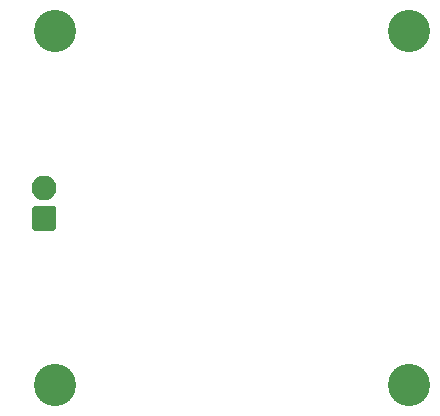
<source format=gbr>
G04 #@! TF.GenerationSoftware,KiCad,Pcbnew,5.1.9-73d0e3b20d~88~ubuntu20.10.1*
G04 #@! TF.CreationDate,2021-09-15T14:45:45-07:00*
G04 #@! TF.ProjectId,led_ring,6c65645f-7269-46e6-972e-6b696361645f,rev?*
G04 #@! TF.SameCoordinates,Original*
G04 #@! TF.FileFunction,Soldermask,Bot*
G04 #@! TF.FilePolarity,Negative*
%FSLAX46Y46*%
G04 Gerber Fmt 4.6, Leading zero omitted, Abs format (unit mm)*
G04 Created by KiCad (PCBNEW 5.1.9-73d0e3b20d~88~ubuntu20.10.1) date 2021-09-15 14:45:45*
%MOMM*%
%LPD*%
G01*
G04 APERTURE LIST*
%ADD10C,3.575000*%
%ADD11O,2.100000X2.100000*%
G04 APERTURE END LIST*
D10*
X35800000Y-65800000D03*
X65800000Y-65800000D03*
X65800000Y-35800000D03*
X35800000Y-35800000D03*
G36*
G01*
X33850000Y-52550000D02*
X33850000Y-50850000D01*
G75*
G02*
X34050000Y-50650000I200000J0D01*
G01*
X35750000Y-50650000D01*
G75*
G02*
X35950000Y-50850000I0J-200000D01*
G01*
X35950000Y-52550000D01*
G75*
G02*
X35750000Y-52750000I-200000J0D01*
G01*
X34050000Y-52750000D01*
G75*
G02*
X33850000Y-52550000I0J200000D01*
G01*
G37*
D11*
X34900000Y-49160000D03*
M02*

</source>
